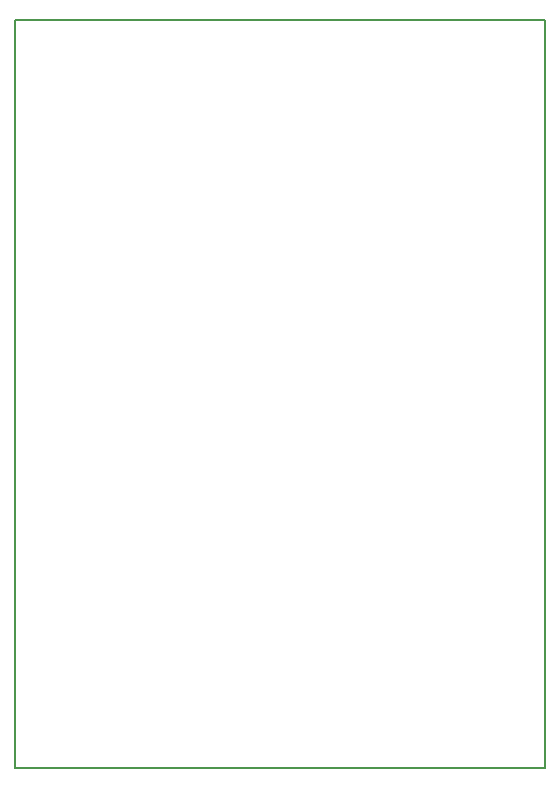
<source format=gbr>
%TF.GenerationSoftware,KiCad,Pcbnew,8.0.2-8.0.2-0~ubuntu20.04.1*%
%TF.CreationDate,2024-10-24T00:08:04+05:30*%
%TF.ProjectId,GroundStation,47726f75-6e64-4537-9461-74696f6e2e6b,rev?*%
%TF.SameCoordinates,Original*%
%TF.FileFunction,Profile,NP*%
%FSLAX46Y46*%
G04 Gerber Fmt 4.6, Leading zero omitted, Abs format (unit mm)*
G04 Created by KiCad (PCBNEW 8.0.2-8.0.2-0~ubuntu20.04.1) date 2024-10-24 00:08:04*
%MOMM*%
%LPD*%
G01*
G04 APERTURE LIST*
%TA.AperFunction,Profile*%
%ADD10C,0.200000*%
%TD*%
G04 APERTURE END LIST*
D10*
X88440000Y-51560000D02*
X133380000Y-51560000D01*
X133380000Y-114880000D01*
X88440000Y-114880000D01*
X88440000Y-51560000D01*
M02*

</source>
